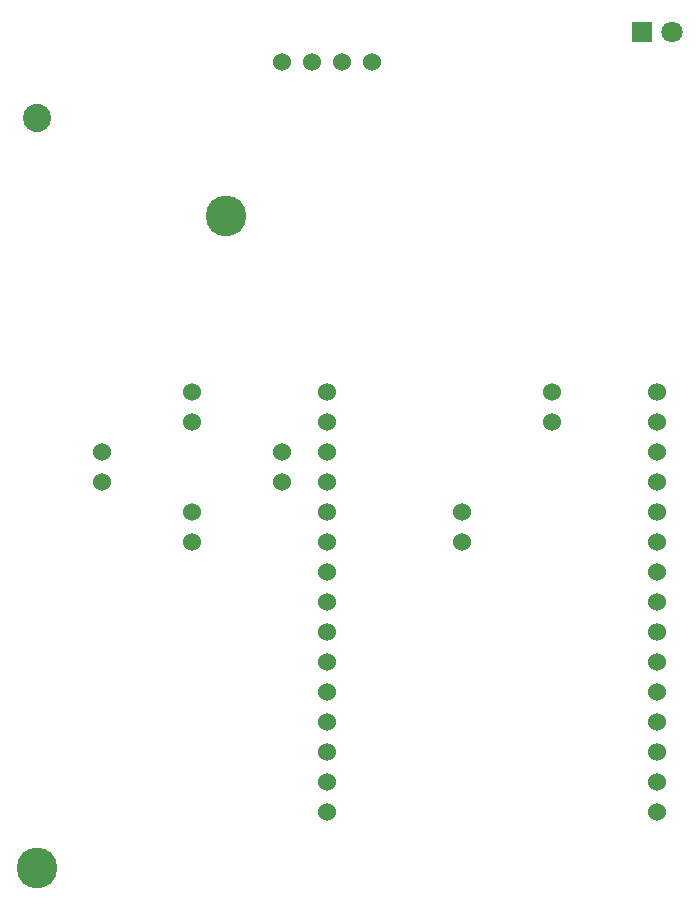
<source format=gbr>
%TF.GenerationSoftware,KiCad,Pcbnew,7.0.9+dfsg-1*%
%TF.CreationDate,2023-11-29T16:22:22+07:00*%
%TF.ProjectId,wifitools,77696669-746f-46f6-9c73-2e6b69636164,rev?*%
%TF.SameCoordinates,Original*%
%TF.FileFunction,Soldermask,Top*%
%TF.FilePolarity,Negative*%
%FSLAX46Y46*%
G04 Gerber Fmt 4.6, Leading zero omitted, Abs format (unit mm)*
G04 Created by KiCad (PCBNEW 7.0.9+dfsg-1) date 2023-11-29 16:22:22*
%MOMM*%
%LPD*%
G01*
G04 APERTURE LIST*
%ADD10C,1.524000*%
%ADD11R,1.800000X1.800000*%
%ADD12C,1.800000*%
%ADD13C,2.390000*%
%ADD14C,3.450000*%
G04 APERTURE END LIST*
D10*
%TO.C,Display *%
X137160000Y-58420000D03*
X139700000Y-58420000D03*
X142240000Y-58420000D03*
X144780000Y-58420000D03*
%TD*%
%TO.C,A*%
X160020000Y-86360000D03*
X160020000Y-88900000D03*
%TD*%
D11*
%TO.C,Senter*%
X167640000Y-55880000D03*
D12*
X170180000Y-55880000D03*
%TD*%
D10*
%TO.C,RIGHT*%
X137160000Y-91440000D03*
X137160000Y-93980000D03*
%TD*%
%TO.C,LEFT*%
X121920000Y-91440000D03*
X121920000Y-93980000D03*
%TD*%
%TO.C,DOWN*%
X129540000Y-96520000D03*
X129540000Y-99060000D03*
%TD*%
%TO.C,UP*%
X129540000Y-86360000D03*
X129540000Y-88900000D03*
%TD*%
%TO.C,B*%
X152400000Y-96520000D03*
X152400000Y-99060000D03*
%TD*%
%TO.C,*%
X168910000Y-86360000D03*
X168910000Y-88900000D03*
X168910000Y-91440000D03*
X168910000Y-93980000D03*
X168910000Y-96520000D03*
X168910000Y-99060000D03*
X168910000Y-101600000D03*
X168910000Y-104140000D03*
X168910000Y-106680000D03*
X168910000Y-109220000D03*
X168910000Y-111760000D03*
X168910000Y-114300000D03*
X168910000Y-116840000D03*
X168910000Y-119380000D03*
X168910000Y-121920000D03*
X140970000Y-121920000D03*
X140970000Y-119380000D03*
X140970000Y-116840000D03*
X140970000Y-114300000D03*
X140970000Y-111760000D03*
X140970000Y-109220000D03*
X140970000Y-106680000D03*
X140970000Y-104140000D03*
X140970000Y-101600000D03*
X140970000Y-99060000D03*
X140970000Y-96520000D03*
X140970000Y-93980000D03*
X140970000Y-91440000D03*
X140970000Y-88900000D03*
X140970000Y-86360000D03*
%TD*%
D13*
%TO.C,REF\u002A\u002A*%
X116460000Y-63130000D03*
D14*
X132460000Y-71460000D03*
X116460000Y-126660000D03*
%TD*%
M02*

</source>
